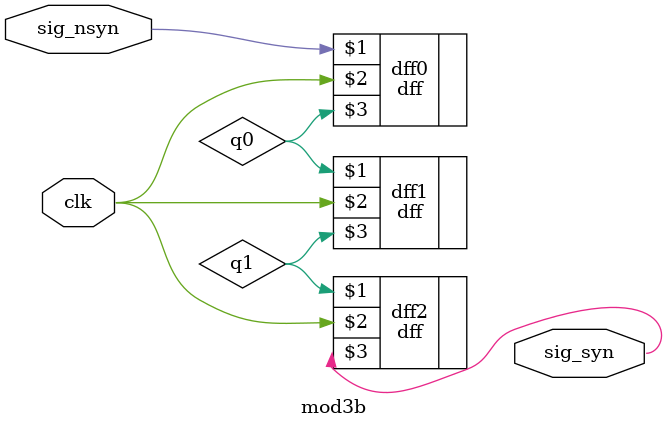
<source format=v>
`timescale 1ns / 1ps
`include "macro.vh"

module mod3b(
    input sig_nsyn,
    input clk,
    output wire sig_syn
);

wire q0, q1;
`ifdef USE_DIVIDER
wire long_clk;
divider div(clk, long_clk);

dff dff0(sig_nsyn, long_clk, q0);
`else
dff dff0(sig_nsyn, clk, q0);
`endif
dff dff1(q0, clk, q1);
dff dff2(q1, clk, sig_syn);

endmodule // mod3b
</source>
